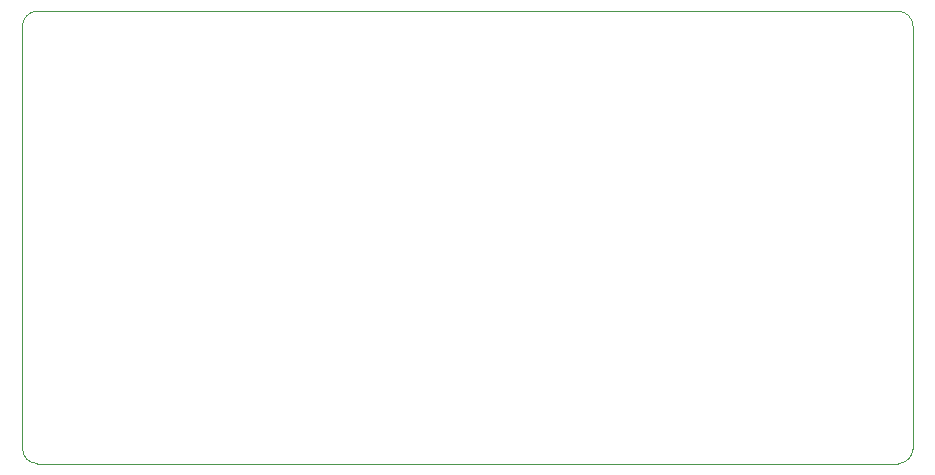
<source format=gbr>
%TF.GenerationSoftware,Altium Limited,Altium Designer,24.5.1 (21)*%
G04 Layer_Color=0*
%FSLAX45Y45*%
%MOMM*%
%TF.SameCoordinates,A56B3D6E-D5BE-476E-BB8E-EB53D717D8A4*%
%TF.FilePolarity,Positive*%
%TF.FileFunction,Profile,NP*%
%TF.Part,Single*%
G01*
G75*
%TA.AperFunction,Profile*%
%ADD104C,0.02540*%
D104*
X9560000Y5537000D02*
Y9113000D01*
D02*
G02*
X9687000Y9240000I127000J0D01*
G01*
X16973000D01*
D02*
G02*
X17100000Y9113000I0J-127000D01*
G01*
Y5537000D01*
D02*
G02*
X16973000Y5410000I-127000J0D01*
G01*
X9687000D01*
D02*
G02*
X9560000Y5537000I0J127000D01*
G01*
%TF.MD5,6793391997190d0bd70421b5591b264c*%
M02*

</source>
